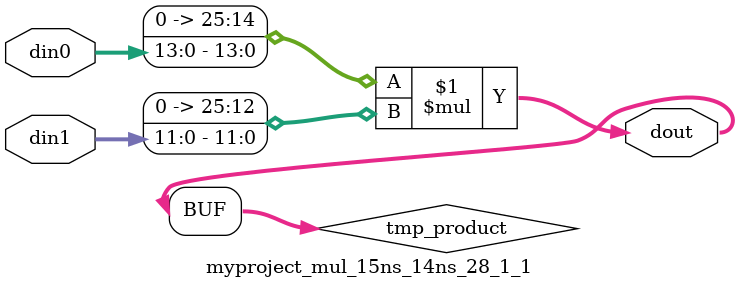
<source format=v>

`timescale 1 ns / 1 ps

  module myproject_mul_15ns_14ns_28_1_1(din0, din1, dout);
parameter ID = 1;
parameter NUM_STAGE = 0;
parameter din0_WIDTH = 14;
parameter din1_WIDTH = 12;
parameter dout_WIDTH = 26;

input [din0_WIDTH - 1 : 0] din0; 
input [din1_WIDTH - 1 : 0] din1; 
output [dout_WIDTH - 1 : 0] dout;

wire signed [dout_WIDTH - 1 : 0] tmp_product;










assign tmp_product = $signed({1'b0, din0}) * $signed({1'b0, din1});











assign dout = tmp_product;







endmodule

</source>
